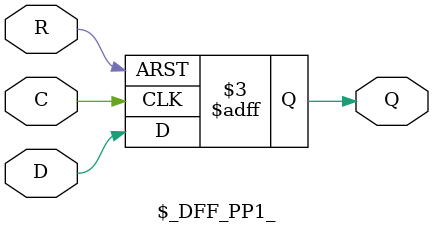
<source format=v>
/*
 *  yosys -- Yosys Open SYnthesis Suite
 *
 *  Copyright (C) 2012  Clifford Wolf <clifford@clifford.at>
 *  
 *  Permission to use, copy, modify, and/or distribute this software for any
 *  purpose with or without fee is hereby granted, provided that the above
 *  copyright notice and this permission notice appear in all copies.
 *  
 *  THE SOFTWARE IS PROVIDED "AS IS" AND THE AUTHOR DISCLAIMS ALL WARRANTIES
 *  WITH REGARD TO THIS SOFTWARE INCLUDING ALL IMPLIED WARRANTIES OF
 *  MERCHANTABILITY AND FITNESS. IN NO EVENT SHALL THE AUTHOR BE LIABLE FOR
 *  ANY SPECIAL, DIRECT, INDIRECT, OR CONSEQUENTIAL DAMAGES OR ANY DAMAGES
 *  WHATSOEVER RESULTING FROM LOSS OF USE, DATA OR PROFITS, WHETHER IN AN
 *  ACTION OF CONTRACT, NEGLIGENCE OR OTHER TORTIOUS ACTION, ARISING OUT OF
 *  OR IN CONNECTION WITH THE USE OR PERFORMANCE OF THIS SOFTWARE.
 *
 *  ---
 *
 *  The internal logic cell simulation library.
 *
 *  This verilog library contains simple simulation models for the internal
 *  logic cells ($_INV_ , $_AND_ , ...) that are generated by the default technology
 *  mapper (see "stdcells.v" in this directory) and expected by the "abc" pass.
 *
 */

module  \$_INV_ (A, Y);
input A;
output Y;
assign Y = ~A;
endmodule

module  \$_AND_ (A, B, Y);
input A, B;
output Y;
assign Y = A & B;
endmodule

module  \$_OR_ (A, B, Y);
input A, B;
output Y;
assign Y = A | B;
endmodule

module  \$_XOR_ (A, B, Y);
input A, B;
output Y;
assign Y = A ^ B;
endmodule

module \$_MUX_ (A, B, S, Y);
input A, B, S;
output reg Y;
always @* begin
	if (S)
		Y = B;
	else
		Y = A;
end
endmodule

module  \$_DFF_N_ (D, Q, C);
input D, C;
output reg Q;
always @(negedge C) begin
	Q <= D;
end
endmodule

module  \$_DFF_P_ (D, Q, C);
input D, C;
output reg Q;
always @(posedge C) begin
	Q <= D;
end
endmodule

module  \$_DFF_NN0_ (D, Q, C, R);
input D, C, R;
output reg Q;
always @(negedge C or negedge R) begin
	if (R == 0)
		Q <= 0;
	else
		Q <= D;
end
endmodule

module  \$_DFF_NN1_ (D, Q, C, R);
input D, C, R;
output reg Q;
always @(negedge C or negedge R) begin
	if (R == 0)
		Q <= 1;
	else
		Q <= D;
end
endmodule

module  \$_DFF_NP0_ (D, Q, C, R);
input D, C, R;
output reg Q;
always @(negedge C or posedge R) begin
	if (R == 1)
		Q <= 0;
	else
		Q <= D;
end
endmodule

module  \$_DFF_NP1_ (D, Q, C, R);
input D, C, R;
output reg Q;
always @(negedge C or posedge R) begin
	if (R == 1)
		Q <= 1;
	else
		Q <= D;
end
endmodule

module  \$_DFF_PN0_ (D, Q, C, R);
input D, C, R;
output reg Q;
always @(posedge C or negedge R) begin
	if (R == 0)
		Q <= 0;
	else
		Q <= D;
end
endmodule

module  \$_DFF_PN1_ (D, Q, C, R);
input D, C, R;
output reg Q;
always @(posedge C or negedge R) begin
	if (R == 0)
		Q <= 1;
	else
		Q <= D;
end
endmodule

module  \$_DFF_PP0_ (D, Q, C, R);
input D, C, R;
output reg Q;
always @(posedge C or posedge R) begin
	if (R == 1)
		Q <= 0;
	else
		Q <= D;
end
endmodule

module  \$_DFF_PP1_ (D, Q, C, R);
input D, C, R;
output reg Q;
always @(posedge C or posedge R) begin
	if (R == 1)
		Q <= 1;
	else
		Q <= D;
end
endmodule


</source>
